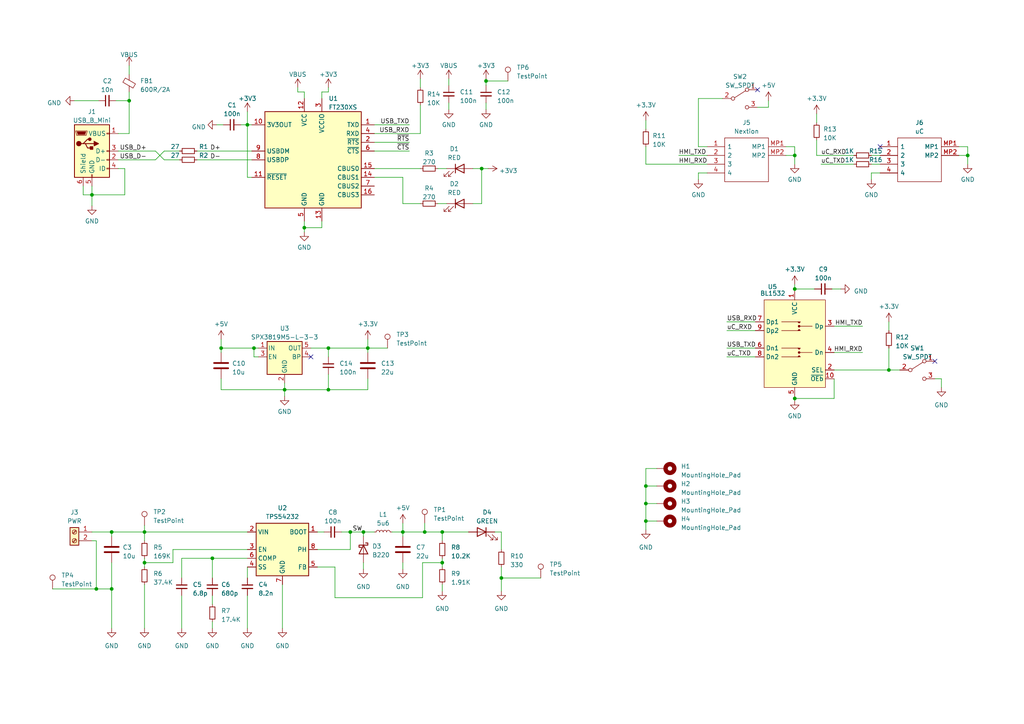
<source format=kicad_sch>
(kicad_sch (version 20230121) (generator eeschema)
  (paper "A4")
  (lib_symbols
    (symbol "BL1532:BL1532"
      (property "Reference" "U" (at 5.08 13.97 0))
      (symbol "BL1532_1_1"
        (rectangle (start -8.89 12.7) (end 8.89 -12.7) (fill (type background)))
        (circle (center -1.27 -2.54) (radius 0.284) (fill (type outline)))
        (circle (center -1.27 5.08) (radius 0.284) (fill (type outline)))
        (polyline (pts (xy -5.08 -2.54) (xy -1.27 -2.54)))
        (polyline (pts (xy -5.08 5.08) (xy -1.27 5.08)))
        (polyline (pts (xy -1.27 -3.81) (xy 3.81 -3.81)))
        (polyline (pts (xy -1.27 -1.27) (xy 3.81 -1.27)))
        (polyline (pts (xy -1.27 3.81) (xy 3.81 3.81)))
        (polyline (pts (xy -1.27 6.35) (xy 3.81 6.35)))
        (polyline (pts (xy -1.27 -3.429) (xy -0.889 -3.81) (xy -1.651 -3.81) (xy -1.27 -3.429)) (fill (type outline)))
        (polyline (pts (xy -1.27 -1.651) (xy -1.651 -1.27) (xy -0.889 -1.27) (xy -1.27 -1.651)) (fill (type outline)))
        (polyline (pts (xy -1.27 4.191) (xy -0.889 3.81) (xy -1.651 3.81) (xy -1.27 4.191)) (fill (type outline)))
        (polyline (pts (xy -1.27 5.969) (xy -1.651 6.35) (xy -0.889 6.35) (xy -1.27 5.969)) (fill (type outline)))
        (pin power_in line (at 0 15.24 270) (length 2.54) (name "VCC") (number "1"))
        (pin input line (at -11.43 -10.16 0) (length 2.54) (name "~{OEb}") (number "10"))
        (pin input line (at -11.43 -7.62 0) (length 2.54) (name "SEL") (number "2"))
        (pin bidirectional line (at -11.43 5.08 0) (length 2.54) (name "Dp") (number "3"))
        (pin bidirectional line (at -11.43 -2.54 0) (length 2.54) (name "Dn") (number "4"))
        (pin power_in line (at 0 -15.24 90) (length 2.54) (name "GND") (number "5"))
        (pin bidirectional line (at 11.43 -1.27 180) (length 2.54) (name "Dn1") (number "6"))
        (pin bidirectional line (at 11.43 6.35 180) (length 2.54) (name "Dp1") (number "7"))
        (pin bidirectional line (at 11.43 -3.81 180) (length 2.54) (name "Dn2") (number "8"))
        (pin bidirectional line (at 11.43 3.81 180) (length 2.54) (name "Dp2") (number "9"))
      )
    )
    (symbol "Connector:Screw_Terminal_01x02" (pin_names (offset 1.016) hide)
      (property "Reference" "J" (at 0 2.54 0))
      (property "Value" "Screw_Terminal_01x02" (at 0 -5.08 0))
      (symbol "Screw_Terminal_01x02_1_1"
        (rectangle (start -1.27 1.27) (end 1.27 -3.81) (stroke (width 0.254)) (fill (type background)))
        (circle (center 0 -2.54) (radius 0.635) (stroke (width 0.1524)))
        (polyline (pts (xy -0.5334 -2.2098) (xy 0.3302 -3.048)) (stroke (width 0.1524)))
        (polyline (pts (xy -0.5334 0.3302) (xy 0.3302 -0.508)) (stroke (width 0.1524)))
        (polyline (pts (xy -0.3556 -2.032) (xy 0.508 -2.8702)) (stroke (width 0.1524)))
        (polyline (pts (xy -0.3556 0.508) (xy 0.508 -0.3302)) (stroke (width 0.1524)))
        (circle (center 0 0) (radius 0.635) (stroke (width 0.1524)))
        (pin passive line (at -5.08 0 0) (length 3.81) (name "Pin_1") (number "1"))
        (pin passive line (at -5.08 -2.54 0) (length 3.81) (name "Pin_2") (number "2"))
      )
    )
    (symbol "Connector:TestPoint" (pin_numbers hide) (pin_names (offset 0.762) hide)
      (property "Reference" "TP" (at 0 6.858 0))
      (property "Value" "TestPoint" (at 0 5.08 0))
      (symbol "TestPoint_0_1"
        (circle (center 0 3.302) (radius 0.762))
      )
      (symbol "TestPoint_1_1"
        (pin passive line (at 0 0 90) (length 2.54) (name "1") (number "1"))
      )
    )
    (symbol "Connector:USB_B_Mini" (pin_names (offset 1.016))
      (property "Reference" "J" (at -5.08 11.43 0))
      (property "Value" "USB_B_Mini" (at -5.08 8.89 0))
      (symbol "USB_B_Mini_0_1"
        (rectangle (start -5.08 -7.62) (end 5.08 7.62) (stroke (width 0.254)) (fill (type background)))
        (circle (center -3.81 2.159) (radius 0.635) (stroke (width 0.254)) (fill (type outline)))
        (circle (center -0.635 3.429) (radius 0.381) (stroke (width 0.254)) (fill (type outline)))
        (rectangle (start -0.127 -7.62) (end 0.127 -6.858))
        (polyline (pts (xy -1.905 2.159) (xy 0.635 2.159)) (stroke (width 0.254)))
        (polyline (pts (xy -3.175 2.159) (xy -2.54 2.159) (xy -1.27 3.429) (xy -0.635 3.429)) (stroke (width 0.254)))
        (polyline (pts (xy -2.54 2.159) (xy -1.905 2.159) (xy -1.27 0.889) (xy 0 0.889)) (stroke (width 0.254)))
        (polyline (pts (xy 0.635 2.794) (xy 0.635 1.524) (xy 1.905 2.159) (xy 0.635 2.794)) (stroke (width 0.254)) (fill (type outline)))
        (polyline (pts (xy -4.318 5.588) (xy -1.778 5.588) (xy -2.032 4.826) (xy -4.064 4.826) (xy -4.318 5.588)) (fill (type outline)))
        (polyline (pts (xy -4.699 5.842) (xy -4.699 5.588) (xy -4.445 4.826) (xy -4.445 4.572) (xy -1.651 4.572) (xy -1.651 4.826) (xy -1.397 5.588) (xy -1.397 5.842) (xy -4.699 5.842)))
        (rectangle (start 0.254 1.27) (end -0.508 0.508) (stroke (width 0.254)) (fill (type outline)))
        (rectangle (start 5.08 -5.207) (end 4.318 -4.953))
        (rectangle (start 5.08 -2.667) (end 4.318 -2.413))
        (rectangle (start 5.08 -0.127) (end 4.318 0.127))
        (rectangle (start 5.08 4.953) (end 4.318 5.207))
      )
      (symbol "USB_B_Mini_1_1"
        (pin power_out line (at 7.62 5.08 180) (length 2.54) (name "VBUS") (number "1"))
        (pin bidirectional line (at 7.62 -2.54 180) (length 2.54) (name "D-") (number "2"))
        (pin bidirectional line (at 7.62 0 180) (length 2.54) (name "D+") (number "3"))
        (pin passive line (at 7.62 -5.08 180) (length 2.54) (name "ID") (number "4"))
        (pin power_out line (at 0 -10.16 90) (length 2.54) (name "GND") (number "5"))
        (pin passive line (at -2.54 -10.16 90) (length 2.54) (name "Shield") (number "6"))
      )
    )
    (symbol "Device:C" (pin_numbers hide) (pin_names (offset 0.254))
      (property "Reference" "C" (at 0.635 2.54 0))
      (property "Value" "C" (at 0.635 -2.54 0))
      (symbol "C_0_1"
        (polyline (pts (xy -2.032 -0.762) (xy 2.032 -0.762)) (stroke (width 0.508)))
        (polyline (pts (xy -2.032 0.762) (xy 2.032 0.762)) (stroke (width 0.508)))
      )
      (symbol "C_1_1"
        (pin passive line (at 0 3.81 270) (length 2.794) (name "~") (number "1"))
        (pin passive line (at 0 -3.81 90) (length 2.794) (name "~") (number "2"))
      )
    )
    (symbol "Device:C_Small" (pin_numbers hide) (pin_names (offset 0.254) hide)
      (property "Reference" "C" (at 0.254 1.778 0))
      (property "Value" "C_Small" (at 0.254 -2.032 0))
      (symbol "C_Small_0_1"
        (polyline (pts (xy -1.524 -0.508) (xy 1.524 -0.508)) (stroke (width 0.3302)))
        (polyline (pts (xy -1.524 0.508) (xy 1.524 0.508)) (stroke (width 0.3048)))
      )
      (symbol "C_Small_1_1"
        (pin passive line (at 0 2.54 270) (length 2.032) (name "~") (number "1"))
        (pin passive line (at 0 -2.54 90) (length 2.032) (name "~") (number "2"))
      )
    )
    (symbol "Device:FerriteBead_Small" (pin_numbers hide) (pin_names (offset 0))
      (property "Reference" "FB" (at 1.905 1.27 0))
      (property "Value" "FerriteBead_Small" (at 1.905 -1.27 0))
      (symbol "FerriteBead_Small_0_1"
        (polyline (pts (xy 0 -1.27) (xy 0 -0.7874)))
        (polyline (pts (xy 0 0.889) (xy 0 1.2954)))
        (polyline (pts (xy -1.8288 0.2794) (xy -1.1176 1.4986) (xy 1.8288 -0.2032) (xy 1.1176 -1.4224) (xy -1.8288 0.2794)))
      )
      (symbol "FerriteBead_Small_1_1"
        (pin passive line (at 0 2.54 270) (length 1.27) (name "~") (number "1"))
        (pin passive line (at 0 -2.54 90) (length 1.27) (name "~") (number "2"))
      )
    )
    (symbol "Device:LED" (pin_numbers hide) (pin_names (offset 1.016) hide)
      (property "Reference" "D" (at 0 2.54 0))
      (property "Value" "LED" (at 0 -2.54 0))
      (symbol "LED_0_1"
        (polyline (pts (xy -1.27 -1.27) (xy -1.27 1.27)) (stroke (width 0.254)))
        (polyline (pts (xy -1.27 0) (xy 1.27 0)))
        (polyline (pts (xy 1.27 -1.27) (xy 1.27 1.27) (xy -1.27 0) (xy 1.27 -1.27)) (stroke (width 0.254)))
        (polyline (pts (xy -3.048 -0.762) (xy -4.572 -2.286) (xy -3.81 -2.286) (xy -4.572 -2.286) (xy -4.572 -1.524)))
        (polyline (pts (xy -1.778 -0.762) (xy -3.302 -2.286) (xy -2.54 -2.286) (xy -3.302 -2.286) (xy -3.302 -1.524)))
      )
      (symbol "LED_1_1"
        (pin passive line (at -3.81 0 0) (length 2.54) (name "K") (number "1"))
        (pin passive line (at 3.81 0 180) (length 2.54) (name "A") (number "2"))
      )
    )
    (symbol "Device:L_Small" (pin_numbers hide) (pin_names (offset 0.254) hide)
      (property "Reference" "L" (at 0.762 1.016 0))
      (property "Value" "L_Small" (at 0.762 -1.016 0))
      (symbol "L_Small_0_1"
        (arc (start 0 -2.032) (mid 0.5058 -1.524) (end 0 -1.016))
        (arc (start 0 -1.016) (mid 0.5058 -0.508) (end 0 0))
        (arc (start 0 0) (mid 0.5058 0.508) (end 0 1.016))
        (arc (start 0 1.016) (mid 0.5058 1.524) (end 0 2.032))
      )
      (symbol "L_Small_1_1"
        (pin passive line (at 0 2.54 270) (length 0.508) (name "~") (number "1"))
        (pin passive line (at 0 -2.54 90) (length 0.508) (name "~") (number "2"))
      )
    )
    (symbol "Device:R_Small" (pin_numbers hide) (pin_names (offset 0.254) hide)
      (property "Reference" "R" (at 0.762 0.508 0))
      (property "Value" "R_Small" (at 0.762 -1.016 0))
      (symbol "R_Small_0_1"
        (rectangle (start -0.762 1.778) (end 0.762 -1.778) (stroke (width 0.2032)))
      )
      (symbol "R_Small_1_1"
        (pin passive line (at 0 2.54 270) (length 0.762) (name "~") (number "1"))
        (pin passive line (at 0 -2.54 90) (length 0.762) (name "~") (number "2"))
      )
    )
    (symbol "Diode:B220" (pin_numbers hide) (pin_names (offset 1.016) hide)
      (property "Reference" "D" (at 0 2.54 0))
      (property "Value" "B220" (at 0 -2.54 0))
      (symbol "B220_0_1"
        (polyline (pts (xy 1.27 0) (xy -1.27 0)))
        (polyline (pts (xy 1.27 1.27) (xy 1.27 -1.27) (xy -1.27 0) (xy 1.27 1.27)) (stroke (width 0.254)))
        (polyline (pts (xy -1.905 0.635) (xy -1.905 1.27) (xy -1.27 1.27) (xy -1.27 -1.27) (xy -0.635 -1.27) (xy -0.635 -0.635)) (stroke (width 0.254)))
      )
      (symbol "B220_1_1"
        (pin passive line (at -3.81 0 0) (length 2.54) (name "K") (number "1"))
        (pin passive line (at 3.81 0 180) (length 2.54) (name "A") (number "2"))
      )
    )
    (symbol "Interface_USB:FT230XS"
      (property "Reference" "U" (at -13.97 15.24 0))
      (property "Value" "FT230XS" (at 7.62 15.24 0))
      (symbol "FT230XS_0_1"
        (rectangle (start -13.97 13.97) (end 13.97 -13.97) (stroke (width 0.254)) (fill (type background)))
      )
      (symbol "FT230XS_1_1"
        (pin output line (at 17.78 10.16 180) (length 3.81) (name "TXD") (number "1"))
        (pin power_out line (at -17.78 10.16 0) (length 3.81) (name "3V3OUT") (number "10"))
        (pin input line (at -17.78 -5.08 0) (length 3.81) (name "~{RESET}") (number "11"))
        (pin power_in line (at -2.54 17.78 270) (length 3.81) (name "VCC") (number "12"))
        (pin power_in line (at 2.54 -17.78 90) (length 3.81) (name "GND") (number "13"))
        (pin bidirectional line (at 17.78 -5.08 180) (length 3.81) (name "CBUS1") (number "14"))
        (pin bidirectional line (at 17.78 -2.54 180) (length 3.81) (name "CBUS0") (number "15"))
        (pin bidirectional line (at 17.78 -10.16 180) (length 3.81) (name "CBUS3") (number "16"))
        (pin output line (at 17.78 5.08 180) (length 3.81) (name "~{RTS}") (number "2"))
        (pin power_in line (at 2.54 17.78 270) (length 3.81) (name "VCCIO") (number "3"))
        (pin input line (at 17.78 7.62 180) (length 3.81) (name "RXD") (number "4"))
        (pin power_in line (at -2.54 -17.78 90) (length 3.81) (name "GND") (number "5"))
        (pin input line (at 17.78 2.54 180) (length 3.81) (name "~{CTS}") (number "6"))
        (pin bidirectional line (at 17.78 -7.62 180) (length 3.81) (name "CBUS2") (number "7"))
        (pin bidirectional line (at -17.78 0 0) (length 3.81) (name "USBDP") (number "8"))
        (pin bidirectional line (at -17.78 2.54 0) (length 3.81) (name "USBDM") (number "9"))
      )
    )
    (symbol "Mechanical:MountingHole_Pad" (pin_numbers hide) (pin_names (offset 1.016) hide)
      (property "Reference" "H" (at 0 6.35 0))
      (property "Value" "MountingHole_Pad" (at 0 4.445 0))
      (symbol "MountingHole_Pad_0_1"
        (circle (center 0 1.27) (radius 1.27) (stroke (width 1.27)))
      )
      (symbol "MountingHole_Pad_1_1"
        (pin input line (at 0 -2.54 90) (length 2.54) (name "1") (number "1"))
      )
    )
    (symbol "Regulator_Linear:SPX3819M5-L-3-3" (pin_names (offset 0.254))
      (property "Reference" "U" (at -3.81 5.715 0))
      (property "Value" "SPX3819M5-L-3-3" (at 0 5.715 0))
      (symbol "SPX3819M5-L-3-3_0_1"
        (rectangle (start -5.08 4.445) (end 5.08 -5.08) (stroke (width 0.254)) (fill (type background)))
      )
      (symbol "SPX3819M5-L-3-3_1_1"
        (pin power_in line (at -7.62 2.54 0) (length 2.54) (name "IN") (number "1"))
        (pin power_in line (at 0 -7.62 90) (length 2.54) (name "GND") (number "2"))
        (pin input line (at -7.62 0 0) (length 2.54) (name "EN") (number "3"))
        (pin input line (at 7.62 0 180) (length 2.54) (name "BP") (number "4"))
        (pin power_out line (at 7.62 2.54 180) (length 2.54) (name "OUT") (number "5"))
      )
    )
    (symbol "Regulator_Switching:TPS54233"
      (property "Reference" "U" (at 0 11.43 0))
      (property "Value" "TPS54233" (at 0 8.89 0))
      (symbol "TPS54233_1_1"
        (rectangle (start -7.62 7.62) (end 7.62 -7.62) (stroke (width 0.254)) (fill (type background)))
        (pin input line (at 10.16 5.08 180) (length 2.54) (name "BOOT") (number "1"))
        (pin power_in line (at -10.16 5.08 0) (length 2.54) (name "VIN") (number "2"))
        (pin input line (at -10.16 0 0) (length 2.54) (name "EN") (number "3"))
        (pin input line (at -10.16 -5.08 0) (length 2.54) (name "SS") (number "4"))
        (pin input line (at 10.16 -5.08 180) (length 2.54) (name "FB") (number "5"))
        (pin passive line (at -10.16 -2.54 0) (length 2.54) (name "COMP") (number "6"))
        (pin power_in line (at 0 -10.16 90) (length 2.54) (name "GND") (number "7"))
        (pin output line (at 10.16 0 180) (length 2.54) (name "PH") (number "8"))
      )
    )
    (symbol "S4B-XH-SM4-TB_LF__SN_:S4B-XH-SM4-TB_LF__SN_" (pin_names (offset 0.762))
      (property "Reference" "J" (at 19.05 7.62 0))
      (property "Value" "S4B-XH-SM4-TB_LF__SN_" (at 19.05 5.08 0))
      (symbol "S4B-XH-SM4-TB_LF__SN__0_0"
        (pin passive line (at 22.86 0 180) (length 5.08) (name "1") (number "1"))
        (pin passive line (at 22.86 -2.54 180) (length 5.08) (name "2") (number "2"))
        (pin passive line (at 22.86 -5.08 180) (length 5.08) (name "3") (number "3"))
        (pin passive line (at 22.86 -7.62 180) (length 5.08) (name "4") (number "4"))
        (pin passive line (at 0 0 0) (length 5.08) (name "MP1") (number "MP1"))
        (pin passive line (at 0 -2.54 0) (length 5.08) (name "MP2") (number "MP2"))
      )
      (symbol "S4B-XH-SM4-TB_LF__SN__0_1"
        (polyline (pts (xy 5.08 2.54) (xy 17.78 2.54) (xy 17.78 -10.16) (xy 5.08 -10.16) (xy 5.08 2.54)) (stroke (width 0.1524)))
      )
    )
    (symbol "Switch:SW_SPDT" (pin_names (offset 0) hide)
      (property "Reference" "SW" (at 0 4.318 0))
      (property "Value" "SW_SPDT" (at 0 -5.08 0))
      (symbol "SW_SPDT_0_0"
        (circle (center -2.032 0) (radius 0.508))
        (circle (center 2.032 -2.54) (radius 0.508))
      )
      (symbol "SW_SPDT_0_1"
        (polyline (pts (xy -1.524 0.254) (xy 1.651 2.286)))
        (circle (center 2.032 2.54) (radius 0.508))
      )
      (symbol "SW_SPDT_1_1"
        (pin passive line (at 5.08 2.54 180) (length 2.54) (name "A") (number "1"))
        (pin passive line (at -5.08 0 0) (length 2.54) (name "B") (number "2"))
        (pin passive line (at 5.08 -2.54 180) (length 2.54) (name "C") (number "3"))
      )
    )
    (symbol "power:+3.3V" (power) (pin_names (offset 0))
      (property "Value" "+3.3V" (at 0 3.556 0))
      (symbol "+3.3V_0_1"
        (polyline (pts (xy -0.762 1.27) (xy 0 2.54)))
        (polyline (pts (xy 0 0) (xy 0 2.54)))
        (polyline (pts (xy 0 2.54) (xy 0.762 1.27)))
      )
      (symbol "+3.3V_1_1"
        (pin power_in line (at 0 0 90) (length 0) hide (name "+3.3V") (number "1"))
      )
    )
    (symbol "power:+3V3" (power) (pin_names (offset 0))
      (property "Value" "+3V3" (at 0 3.556 0))
      (symbol "+3V3_0_1"
        (polyline (pts (xy -0.762 1.27) (xy 0 2.54)))
        (polyline (pts (xy 0 0) (xy 0 2.54)))
        (polyline (pts (xy 0 2.54) (xy 0.762 1.27)))
      )
      (symbol "+3V3_1_1"
        (pin power_in line (at 0 0 90) (length 0) hide (name "+3V3") (number "1"))
      )
    )
    (symbol "power:+5V" (power) (pin_names (offset 0))
      (property "Value" "+5V" (at 0 3.556 0))
      (symbol "+5V_0_1"
        (polyline (pts (xy -0.762 1.27) (xy 0 2.54)))
        (polyline (pts (xy 0 0) (xy 0 2.54)))
        (polyline (pts (xy 0 2.54) (xy 0.762 1.27)))
      )
      (symbol "+5V_1_1"
        (pin power_in line (at 0 0 90) (length 0) hide (name "+5V") (number "1"))
      )
    )
    (symbol "power:GND" (power) (pin_names (offset 0))
      (property "Value" "GND" (at 0 -3.81 0))
      (symbol "GND_0_1"
        (polyline (pts (xy 0 0) (xy 0 -1.27) (xy 1.27 -1.27) (xy 0 -2.54) (xy -1.27 -1.27) (xy 0 -1.27)))
      )
      (symbol "GND_1_1"
        (pin power_in line (at 0 0 270) (length 0) hide (name "GND") (number "1"))
      )
    )
    (symbol "power:VBUS" (power) (pin_names (offset 0))
      (property "Value" "VBUS" (at 0 3.81 0))
      (symbol "VBUS_0_1"
        (polyline (pts (xy -0.762 1.27) (xy 0 2.54)))
        (polyline (pts (xy 0 0) (xy 0 2.54)))
        (polyline (pts (xy 0 2.54) (xy 0.762 1.27)))
      )
      (symbol "VBUS_1_1"
        (pin power_in line (at 0 0 90) (length 0) hide (name "VBUS") (number "1"))
      )
    )
  )
  (junction (at 230.505 45.085))
  (junction (at 123.19 154.305))
  (junction (at 257.81 107.315))
  (junction (at 41.91 154.305))
  (junction (at 32.385 170.815))
  (junction (at 37.465 29.21))
  (junction (at 230.505 83.82))
  (junction (at 95.25 113.03))
  (junction (at 139.7 48.895))
  (junction (at 82.55 113.03))
  (junction (at 140.97 23.495))
  (junction (at 187.325 140.97))
  (junction (at 105.41 154.305))
  (junction (at 106.68 100.965))
  (junction (at 187.325 146.05))
  (junction (at 88.265 66.04))
  (junction (at 73.66 100.965))
  (junction (at 26.67 56.515))
  (junction (at 230.505 115.57))
  (junction (at 95.25 100.965))
  (junction (at 116.84 154.305))
  (junction (at 128.27 163.195))
  (junction (at 32.385 154.305))
  (junction (at 71.755 36.195))
  (junction (at 187.325 151.13))
  (junction (at 41.91 163.195))
  (junction (at 61.595 161.925))
  (junction (at 27.94 170.815))
  (junction (at 101.6 154.305))
  (junction (at 280.67 45.085))
  (junction (at 64.135 100.965))
  (junction (at 145.415 167.64))
  (junction (at 128.27 154.305))
  (no_connect (at 219.71 26.035))
  (no_connect (at 271.145 104.775))
  (no_connect (at 90.17 103.505))
  (no_connect (at 255.27 42.545))
  (wire (pts (xy 47.625 43.815) (xy 45.085 46.355)))
  (wire (pts (xy 36.195 48.895) (xy 34.29 48.895)))
  (wire (pts (xy 145.415 171.45) (xy 145.415 167.64)))
  (wire (pts (xy 116.84 59.055) (xy 121.92 59.055)))
  (wire (pts (xy 26.67 156.845) (xy 27.94 156.845)))
  (wire (pts (xy 187.325 42.545) (xy 187.325 47.625)))
  (wire (pts (xy 121.92 30.48) (xy 121.92 38.735)))
  (wire (pts (xy 123.19 151.765) (xy 123.19 154.305)))
  (wire (pts (xy 280.67 42.545) (xy 280.67 45.085)))
  (wire (pts (xy 252.73 47.625) (xy 255.27 47.625)))
  (wire (pts (xy 250.19 102.235) (xy 241.935 102.235)))
  (wire (pts (xy 252.73 50.165) (xy 252.73 52.07)))
  (wire (pts (xy 81.915 182.245) (xy 81.915 169.545)))
  (wire (pts (xy 41.91 163.195) (xy 50.165 163.195)))
  (wire (pts (xy 95.25 108.585) (xy 95.25 113.03)))
  (wire (pts (xy 202.565 42.545) (xy 205.105 42.545)))
  (wire (pts (xy 236.855 45.085) (xy 247.65 45.085)))
  (wire (pts (xy 116.84 51.435) (xy 116.84 59.055)))
  (wire (pts (xy 64.135 102.235) (xy 64.135 100.965)))
  (wire (pts (xy 32.385 182.245) (xy 32.385 170.815)))
  (wire (pts (xy 73.66 103.505) (xy 73.66 100.965)))
  (wire (pts (xy 95.25 25.4) (xy 95.25 26.67)))
  (wire (pts (xy 209.55 28.575) (xy 202.565 28.575)))
  (wire (pts (xy 241.935 109.855) (xy 241.935 115.57)))
  (wire (pts (xy 73.66 100.965) (xy 74.93 100.965)))
  (wire (pts (xy 73.025 51.435) (xy 71.755 51.435)))
  (wire (pts (xy 222.885 31.115) (xy 222.885 29.21)))
  (wire (pts (xy 187.325 146.05) (xy 187.325 151.13)))
  (wire (pts (xy 26.67 56.515) (xy 26.67 59.69)))
  (wire (pts (xy 140.97 23.495) (xy 140.97 24.765)))
  (wire (pts (xy 280.67 45.085) (xy 280.67 47.625)))
  (wire (pts (xy 95.25 26.67) (xy 93.345 26.67)))
  (wire (pts (xy 278.13 45.085) (xy 280.67 45.085)))
  (wire (pts (xy 250.19 94.615) (xy 241.935 94.615)))
  (wire (pts (xy 88.265 26.67) (xy 88.265 28.575)))
  (wire (pts (xy 230.505 83.82) (xy 236.22 83.82)))
  (wire (pts (xy 116.84 151.765) (xy 116.84 154.305)))
  (wire (pts (xy 187.325 140.97) (xy 190.5 140.97)))
  (wire (pts (xy 27.94 156.845) (xy 27.94 170.815)))
  (wire (pts (xy 26.67 53.975) (xy 26.67 56.515)))
  (wire (pts (xy 32.385 154.305) (xy 41.91 154.305)))
  (wire (pts (xy 88.265 66.04) (xy 88.265 67.31)))
  (wire (pts (xy 271.145 109.855) (xy 273.05 109.855)))
  (wire (pts (xy 86.36 25.4) (xy 86.36 26.67)))
  (wire (pts (xy 219.71 31.115) (xy 222.885 31.115)))
  (wire (pts (xy 26.67 154.305) (xy 32.385 154.305)))
  (wire (pts (xy 140.97 22.86) (xy 140.97 23.495)))
  (wire (pts (xy 61.595 180.34) (xy 61.595 182.245)))
  (wire (pts (xy 139.7 48.895) (xy 141.605 48.895)))
  (wire (pts (xy 95.25 100.965) (xy 95.25 103.505)))
  (wire (pts (xy 122.555 173.355) (xy 97.155 173.355)))
  (wire (pts (xy 210.82 93.345) (xy 219.075 93.345)))
  (wire (pts (xy 143.51 154.305) (xy 145.415 154.305)))
  (wire (pts (xy 243.84 83.82) (xy 241.3 83.82)))
  (wire (pts (xy 62.865 36.195) (xy 64.77 36.195)))
  (wire (pts (xy 238.125 47.625) (xy 247.65 47.625)))
  (wire (pts (xy 108.585 36.195) (xy 118.745 36.195)))
  (wire (pts (xy 205.105 50.165) (xy 202.565 50.165)))
  (wire (pts (xy 47.625 46.355) (xy 52.07 46.355)))
  (wire (pts (xy 71.755 32.385) (xy 71.755 36.195)))
  (wire (pts (xy 278.13 42.545) (xy 280.67 42.545)))
  (wire (pts (xy 41.91 154.305) (xy 71.755 154.305)))
  (wire (pts (xy 106.68 98.425) (xy 106.68 100.965)))
  (wire (pts (xy 32.385 170.815) (xy 32.385 163.195)))
  (wire (pts (xy 92.075 154.305) (xy 93.98 154.305)))
  (wire (pts (xy 127 59.055) (xy 129.54 59.055)))
  (wire (pts (xy 41.91 154.305) (xy 41.91 156.845)))
  (wire (pts (xy 187.325 146.05) (xy 190.5 146.05)))
  (wire (pts (xy 52.07 43.815) (xy 47.625 43.815)))
  (wire (pts (xy 140.97 23.495) (xy 147.32 23.495)))
  (wire (pts (xy 257.81 93.345) (xy 257.81 95.885)))
  (wire (pts (xy 227.965 42.545) (xy 230.505 42.545)))
  (wire (pts (xy 27.94 170.815) (xy 32.385 170.815)))
  (wire (pts (xy 90.17 100.965) (xy 95.25 100.965)))
  (wire (pts (xy 52.705 167.64) (xy 52.705 161.925)))
  (wire (pts (xy 64.135 100.965) (xy 73.66 100.965)))
  (wire (pts (xy 123.19 154.305) (xy 116.84 154.305)))
  (wire (pts (xy 93.345 64.135) (xy 93.345 66.04)))
  (wire (pts (xy 139.7 59.055) (xy 139.7 48.895)))
  (wire (pts (xy 113.665 154.305) (xy 116.84 154.305)))
  (wire (pts (xy 105.41 165.1) (xy 105.41 163.195)))
  (wire (pts (xy 24.13 56.515) (xy 26.67 56.515)))
  (wire (pts (xy 230.505 45.085) (xy 230.505 47.625)))
  (wire (pts (xy 255.27 50.165) (xy 252.73 50.165)))
  (wire (pts (xy 187.325 151.13) (xy 187.325 153.67)))
  (wire (pts (xy 252.73 45.085) (xy 255.27 45.085)))
  (wire (pts (xy 97.155 173.355) (xy 97.155 164.465)))
  (wire (pts (xy 230.505 42.545) (xy 230.505 45.085)))
  (wire (pts (xy 57.15 43.815) (xy 73.025 43.815)))
  (wire (pts (xy 33.655 29.21) (xy 37.465 29.21)))
  (wire (pts (xy 145.415 167.64) (xy 145.415 164.465)))
  (wire (pts (xy 34.29 43.815) (xy 45.085 43.815)))
  (wire (pts (xy 93.345 26.67) (xy 93.345 28.575)))
  (wire (pts (xy 101.6 154.305) (xy 99.06 154.305)))
  (wire (pts (xy 202.565 50.165) (xy 202.565 52.07)))
  (wire (pts (xy 52.705 161.925) (xy 61.595 161.925)))
  (wire (pts (xy 236.855 40.64) (xy 236.855 45.085)))
  (wire (pts (xy 116.84 154.305) (xy 116.84 155.575)))
  (wire (pts (xy 128.27 154.305) (xy 123.19 154.305)))
  (wire (pts (xy 241.935 107.315) (xy 257.81 107.315)))
  (wire (pts (xy 106.68 113.03) (xy 95.25 113.03)))
  (wire (pts (xy 116.84 165.1) (xy 116.84 163.195)))
  (wire (pts (xy 82.55 113.03) (xy 82.55 111.125)))
  (wire (pts (xy 26.67 56.515) (xy 36.195 56.515)))
  (wire (pts (xy 97.155 164.465) (xy 92.075 164.465)))
  (wire (pts (xy 15.24 170.815) (xy 27.94 170.815)))
  (wire (pts (xy 37.465 38.735) (xy 37.465 29.21)))
  (wire (pts (xy 37.465 29.21) (xy 37.465 26.67)))
  (wire (pts (xy 187.325 140.97) (xy 187.325 146.05)))
  (wire (pts (xy 108.585 51.435) (xy 116.84 51.435)))
  (wire (pts (xy 137.16 59.055) (xy 139.7 59.055)))
  (wire (pts (xy 41.91 169.545) (xy 41.91 182.245)))
  (wire (pts (xy 61.595 172.72) (xy 61.595 175.26)))
  (wire (pts (xy 140.97 31.75) (xy 140.97 29.845)))
  (wire (pts (xy 230.505 83.82) (xy 230.505 84.455)))
  (wire (pts (xy 74.93 103.505) (xy 73.66 103.505)))
  (wire (pts (xy 210.82 100.965) (xy 219.075 100.965)))
  (wire (pts (xy 202.565 28.575) (xy 202.565 42.545)))
  (wire (pts (xy 34.29 46.355) (xy 45.085 46.355)))
  (wire (pts (xy 230.505 115.57) (xy 230.505 116.205)))
  (wire (pts (xy 106.68 109.855) (xy 106.68 113.03)))
  (wire (pts (xy 128.27 163.195) (xy 128.27 164.465)))
  (wire (pts (xy 121.92 22.86) (xy 121.92 25.4)))
  (wire (pts (xy 130.175 31.75) (xy 130.175 29.845)))
  (wire (pts (xy 106.68 100.965) (xy 112.395 100.965)))
  (wire (pts (xy 71.755 161.925) (xy 61.595 161.925)))
  (wire (pts (xy 50.165 159.385) (xy 71.755 159.385)))
  (wire (pts (xy 64.135 109.855) (xy 64.135 113.03)))
  (wire (pts (xy 128.27 154.305) (xy 135.89 154.305)))
  (wire (pts (xy 187.325 47.625) (xy 205.105 47.625)))
  (wire (pts (xy 41.91 163.195) (xy 41.91 164.465)))
  (wire (pts (xy 130.175 22.86) (xy 130.175 24.765)))
  (wire (pts (xy 105.41 155.575) (xy 105.41 154.305)))
  (wire (pts (xy 257.81 107.315) (xy 260.985 107.315)))
  (wire (pts (xy 34.29 38.735) (xy 37.465 38.735)))
  (wire (pts (xy 128.27 156.845) (xy 128.27 154.305)))
  (wire (pts (xy 241.935 115.57) (xy 230.505 115.57)))
  (wire (pts (xy 128.27 161.925) (xy 128.27 163.195)))
  (wire (pts (xy 24.13 53.975) (xy 24.13 56.515)))
  (wire (pts (xy 145.415 167.64) (xy 156.845 167.64)))
  (wire (pts (xy 108.585 41.275) (xy 118.745 41.275)))
  (wire (pts (xy 127 48.895) (xy 129.54 48.895)))
  (wire (pts (xy 45.085 43.815) (xy 47.625 46.355)))
  (wire (pts (xy 187.325 135.89) (xy 190.5 135.89)))
  (wire (pts (xy 95.25 113.03) (xy 82.55 113.03)))
  (wire (pts (xy 187.325 34.925) (xy 187.325 37.465)))
  (wire (pts (xy 57.15 46.355) (xy 73.025 46.355)))
  (wire (pts (xy 71.755 36.195) (xy 73.025 36.195)))
  (wire (pts (xy 36.195 56.515) (xy 36.195 48.895)))
  (wire (pts (xy 86.36 26.67) (xy 88.265 26.67)))
  (wire (pts (xy 227.965 45.085) (xy 230.505 45.085)))
  (wire (pts (xy 93.345 66.04) (xy 88.265 66.04)))
  (wire (pts (xy 145.415 154.305) (xy 145.415 159.385)))
  (wire (pts (xy 71.755 36.195) (xy 71.755 51.435)))
  (wire (pts (xy 105.41 154.305) (xy 108.585 154.305)))
  (wire (pts (xy 95.25 100.965) (xy 106.68 100.965)))
  (wire (pts (xy 230.505 82.55) (xy 230.505 83.82)))
  (wire (pts (xy 236.855 33.02) (xy 236.855 35.56)))
  (wire (pts (xy 257.81 100.965) (xy 257.81 107.315)))
  (wire (pts (xy 92.075 159.385) (xy 101.6 159.385)))
  (wire (pts (xy 128.27 163.195) (xy 122.555 163.195)))
  (wire (pts (xy 41.91 161.925) (xy 41.91 163.195)))
  (wire (pts (xy 210.82 95.885) (xy 219.075 95.885)))
  (wire (pts (xy 21.59 29.21) (xy 28.575 29.21)))
  (wire (pts (xy 106.68 100.965) (xy 106.68 102.235)))
  (wire (pts (xy 82.55 114.935) (xy 82.55 113.03)))
  (wire (pts (xy 71.755 164.465) (xy 71.755 167.64)))
  (wire (pts (xy 108.585 48.895) (xy 121.92 48.895)))
  (wire (pts (xy 37.465 19.05) (xy 37.465 21.59)))
  (wire (pts (xy 273.05 109.855) (xy 273.05 112.395)))
  (wire (pts (xy 137.16 48.895) (xy 139.7 48.895)))
  (wire (pts (xy 61.595 161.925) (xy 61.595 167.64)))
  (wire (pts (xy 187.325 135.89) (xy 187.325 140.97)))
  (wire (pts (xy 88.265 64.135) (xy 88.265 66.04)))
  (wire (pts (xy 32.385 155.575) (xy 32.385 154.305)))
  (wire (pts (xy 64.135 113.03) (xy 82.55 113.03)))
  (wire (pts (xy 101.6 159.385) (xy 101.6 154.305)))
  (wire (pts (xy 210.82 103.505) (xy 219.075 103.505)))
  (wire (pts (xy 101.6 154.305) (xy 105.41 154.305)))
  (wire (pts (xy 122.555 163.195) (xy 122.555 173.355)))
  (wire (pts (xy 196.85 45.085) (xy 205.105 45.085)))
  (wire (pts (xy 108.585 38.735) (xy 121.92 38.735)))
  (wire (pts (xy 71.755 182.245) (xy 71.755 172.72)))
  (wire (pts (xy 187.325 151.13) (xy 190.5 151.13)))
  (wire (pts (xy 41.91 152.4) (xy 41.91 154.305)))
  (wire (pts (xy 128.27 169.545) (xy 128.27 171.45)))
  (wire (pts (xy 52.705 182.245) (xy 52.705 172.72)))
  (wire (pts (xy 108.585 43.815) (xy 118.745 43.815)))
  (wire (pts (xy 64.135 98.425) (xy 64.135 100.965)))
  (wire (pts (xy 69.85 36.195) (xy 71.755 36.195)))
  (wire (pts (xy 230.505 114.935) (xy 230.505 115.57)))
  (wire (pts (xy 50.165 163.195) (xy 50.165 159.385)))
  (label "USB_D-" (at 42.545 46.355 180))
  (label "uC_TXD" (at 210.82 103.505 0))
  (label "HMI_TXD" (at 196.85 45.085 0))
  (label "HMI_TXD" (at 250.19 94.615 180))
  (label "HMI_RXD" (at 250.19 102.235 180))
  (label "~{RTS}" (at 118.745 41.275 180))
  (label "USB_TXD" (at 118.745 36.195 180))
  (label "uC_RXD" (at 238.125 45.085 0))
  (label "SW" (at 102.235 154.305 0))
  (label "USB_RXD" (at 210.82 93.345 0))
  (label "uC_TXD" (at 238.125 47.625 0))
  (label "USB_D+" (at 42.545 43.815 180))
  (label "D+" (at 60.96 43.815 0))
  (label "uC_RXD" (at 210.82 95.885 0))
  (label "USB_RXD" (at 118.745 38.735 180))
  (label "HMI_RXD" (at 196.85 47.625 0))
  (label "~{CTS}" (at 118.745 43.815 180))
  (label "USB_TXD" (at 210.82 100.965 0))
  (label "D-" (at 60.96 46.355 0))
  (symbol (lib_id "Device:R_Small") (at 121.92 27.94 0) (unit 1)
    (property "Reference" "R14" (at 123.825 27.305 0) (effects (justify left)))
    (property "Value" "10K" (at 123.825 29.845 0) (effects (justify left)))
    (property "Footprint" "Resistor_SMD:R_0603_1608Metric" (effects hide))
    (property "LCSC Part Number" "C25804" (effects hide))
  )
  (symbol (lib_id "Device:R_Small") (at 187.325 40.005 0) (unit 1)
    (property "Reference" "R11" (at 189.23 39.37 0) (effects (justify left)))
    (property "Value" "10K" (at 189.23 41.91 0) (effects (justify left)))
    (property "Footprint" "Resistor_SMD:R_0603_1608Metric" (effects hide))
    (property "LCSC Part Number" "C25804" (effects hide))
  )
  (symbol (lib_id "power:GND") (at 130.175 31.75 0) (unit 1)
    (property "Reference" "#PWR035" (effects hide))
    (property "Value" "GND" (at 130.175 36.195 0))
  )
  (symbol (lib_id "Device:C_Small") (at 140.97 27.305 0) (unit 1)
    (property "Reference" "C12" (at 144.145 26.6763 0) (effects (justify left)))
    (property "Value" "100n" (at 144.145 29.2163 0) (effects (justify left)))
    (property "Footprint" "Capacitor_SMD:C_0603_1608Metric" (effects hide))
    (property "LCSC Part Number" "C14663" (effects hide))
  )
  (symbol (lib_id "Device:R_Small") (at 54.61 46.355 90) (unit 1)
    (property "Reference" "R2" (at 59.055 45.085 90))
    (property "Value" "27" (at 50.8 45.085 90))
    (property "Footprint" "Resistor_SMD:R_0603_1608Metric" (effects hide))
    (property "LCSC Part Number" "C25190" (effects hide))
  )
  (symbol (lib_id "power:GND") (at 280.67 47.625 0) (unit 1)
    (property "Reference" "#PWR032" (effects hide))
    (property "Value" "GND" (at 280.67 52.07 0))
  )
  (symbol (lib_id "power:+3.3V") (at 187.325 34.925 0) (unit 1)
    (property "Reference" "#PWR040" (effects hide))
    (property "Value" "+3.3V" (at 187.325 30.48 0))
  )
  (symbol (lib_id "Device:R_Small") (at 41.91 167.005 0) (unit 1)
    (property "Reference" "R6" (at 44.45 166.37 0) (effects (justify left)))
    (property "Value" "37.4K" (at 44.45 168.91 0) (effects (justify left)))
    (property "Footprint" "Resistor_SMD:R_0603_1608Metric" (effects hide))
    (property "LCSC Part Number" "C137814" (effects hide))
  )
  (symbol (lib_id "Connector:TestPoint") (at 41.91 152.4 0) (unit 1) (in_bom no)
    (property "Reference" "TP2" (at 44.45 148.463 0) (effects (justify left)))
    (property "Value" "TestPoint" (at 44.45 151.003 0) (effects (justify left)))
    (property "Footprint" "TestPoint:TestPoint_Pad_D1.5mm" (effects hide))
  )
  (symbol (lib_id "S4B-XH-SM4-TB_LF__SN_:S4B-XH-SM4-TB_LF__SN_") (at 278.13 42.545 0) (mirror y) (unit 1)
    (property "Reference" "J6" (at 266.7 35.56 0))
    (property "Value" "uC" (at 266.7 38.1 0))
    (property "Footprint" "S4B-XH-SM4-TB_LF__SN_:S4BXHSM4TBLFSN" (effects hide))
    (property "Datasheet" "https://datasheet.lcsc.com/szlcsc/JST-Sales-America-XHsocket-1-4P-SMD-pitch2-5mm_C161861.pdf" (effects hide))
    (property "Description" "Conn Shrouded Header HDR 4 POS 2.5mm Solder RA SMD T/R" (effects hide))
    (property "Height" "6" (effects hide))
    (property "Manufacturer_Name" "JST (JAPAN SOLDERLESS TERMINALS)" (effects hide))
    (property "Manufacturer_Part_Number" "S4B-XH-SM4-TB(LF)(SN)" (effects hide))
    (property "Arrow Part Number" "S4B-XH-SM4-TB(LF)(SN)" (effects hide))
    (property "Arrow Price/Stock" "https://www.arrow.com/en/products/s4b-xh-sm4-tb-lf-sn/jst-manufacturing?region=europe" (effects hide))
    (property "LCSC Part Number" "C2764243" (effects hide))
  )
  (symbol (lib_id "Connector:TestPoint") (at 112.395 100.965 0) (unit 1) (in_bom no)
    (property "Reference" "TP3" (at 114.935 97.028 0) (effects (justify left)))
    (property "Value" "TestPoint" (at 114.935 99.568 0) (effects (justify left)))
    (property "Footprint" "TestPoint:TestPoint_Pad_D1.5mm" (effects hide))
  )
  (symbol (lib_id "Connector:Screw_Terminal_01x02") (at 21.59 154.305 0) (mirror y) (unit 1) (in_bom no)
    (property "Reference" "J3" (at 21.59 148.59 0))
    (property "Value" "PWR" (at 21.59 151.13 0))
    (property "Footprint" "TerminalBlock:TerminalBlock_bornier-2_P5.08mm" (effects hide))
  )
  (symbol (lib_id "power:VBUS") (at 86.36 25.4 0) (unit 1)
    (property "Reference" "#PWR04" (effects hide))
    (property "Value" "VBUS" (at 86.36 21.59 0))
  )
  (symbol (lib_id "Mechanical:MountingHole_Pad") (at 193.04 151.13 270) (unit 1) (in_bom no)
    (property "Reference" "H4" (at 197.485 150.495 90) (effects (justify left)))
    (property "Value" "MountingHole_Pad" (at 197.485 153.035 90) (effects (justify left)))
    (property "Footprint" "MountingHole:MountingHole_3.2mm_M3_Pad_Via" (effects hide))
  )
  (symbol (lib_id "Device:L_Small") (at 111.125 154.305 90) (unit 1)
    (property "Reference" "L1" (at 111.125 149.225 90))
    (property "Value" "5u6" (at 111.125 151.765 90))
    (property "Footprint" "Inductor_SMD:L_Sunlord_MWSA0603S" (effects hide))
    (property "LCSC Part Number" "C408448" (effects hide))
  )
  (symbol (lib_id "power:GND") (at 82.55 114.935 0) (unit 1)
    (property "Reference" "#PWR026" (effects hide))
    (property "Value" "GND" (at 82.55 119.38 0))
  )
  (symbol (lib_id "Device:C") (at 116.84 159.385 0) (unit 1)
    (property "Reference" "C7" (at 120.65 158.75 0) (effects (justify left)))
    (property "Value" "22u" (at 120.65 161.29 0) (effects (justify left)))
    (property "Footprint" "Capacitor_SMD:C_0805_2012Metric" (effects hide))
    (property "LCSC Part Number" "C45783" (effects hide))
  )
  (symbol (lib_id "Device:C") (at 64.135 106.045 0) (unit 1)
    (property "Reference" "C10" (at 67.31 105.41 0) (effects (justify left)))
    (property "Value" "10u" (at 67.31 107.95 0) (effects (justify left)))
    (property "Footprint" "Capacitor_SMD:C_0805_2012Metric" (effects hide))
    (property "LCSC Part Number" "C15850" (effects hide))
  )
  (symbol (lib_id "power:+5V") (at 64.135 98.425 0) (unit 1)
    (property "Reference" "#PWR029" (effects hide))
    (property "Value" "+5V" (at 64.135 93.98 0))
  )
  (symbol (lib_id "Device:C") (at 32.385 159.385 0) (unit 1)
    (property "Reference" "C3" (at 35.56 158.75 0) (effects (justify left)))
    (property "Value" "10u" (at 35.56 161.29 0) (effects (justify left)))
    (property "Footprint" "Capacitor_SMD:C_0805_2012Metric" (effects hide))
    (property "LCSC Part Number" "C15850" (effects hide))
  )
  (symbol (lib_id "BL1532:BL1532") (at 230.505 99.695 0) (mirror y) (unit 1)
    (property "Reference" "U5" (at 225.425 83.185 0) (effects (justify left)))
    (property "Value" "BL1532" (at 224.155 85.09 0))
    (property "Footprint" "Package_SO:MSOP-10_3x3mm_P0.5mm" (effects hide))
    (property "LCSC Part Number" "C248370" (effects hide))
  )
  (symbol (lib_id "Diode:B220") (at 105.41 159.385 270) (unit 1)
    (property "Reference" "D3" (at 107.95 158.4325 90) (effects (justify left)))
    (property "Value" "B220" (at 107.95 160.9725 90) (effects (justify left)))
    (property "Footprint" "Diode_SMD:D_SMA" (effects hide))
    (property "Datasheet" "http://www.jameco.com/Jameco/Products/ProdDS/1538777.pdf" (effects hide))
    (property "LCSC Part Number" "C110481" (effects hide))
  )
  (symbol (lib_id "power:+3.3V") (at 236.855 33.02 0) (unit 1)
    (property "Reference" "#PWR034" (effects hide))
    (property "Value" "+3.3V" (at 236.855 28.575 0))
  )
  (symbol (lib_id "power:GND") (at 32.385 182.245 0) (unit 1)
    (property "Reference" "#PWR010" (effects hide))
    (property "Value" "GND" (at 32.385 187.325 0))
  )
  (symbol (lib_id "power:+3V3") (at 140.97 22.86 0) (unit 1)
    (property "Reference" "#PWR05" (effects hide))
    (property "Value" "+3V3" (at 140.97 19.05 0))
  )
  (symbol (lib_id "Device:R_Small") (at 128.27 159.385 0) (unit 1)
    (property "Reference" "R8" (at 130.81 158.75 0) (effects (justify left)))
    (property "Value" "10.2K" (at 130.81 161.29 0) (effects (justify left)))
    (property "Footprint" "Resistor_SMD:R_0603_1608Metric" (effects hide))
    (property "LCSC Part Number" "C706118" (effects hide))
  )
  (symbol (lib_id "power:VBUS") (at 37.465 19.05 0) (unit 1)
    (property "Reference" "#PWR03" (effects hide))
    (property "Value" "VBUS" (at 37.465 15.875 0))
  )
  (symbol (lib_id "Connector:TestPoint") (at 15.24 170.815 0) (unit 1) (in_bom no)
    (property "Reference" "TP4" (at 17.78 166.878 0) (effects (justify left)))
    (property "Value" "TestPoint" (at 17.78 169.418 0) (effects (justify left)))
    (property "Footprint" "TestPoint:TestPoint_Pad_D1.5mm" (effects hide))
  )
  (symbol (lib_id "power:GND") (at 202.565 52.07 0) (unit 1)
    (property "Reference" "#PWR022" (effects hide))
    (property "Value" "GND" (at 202.565 56.515 0))
  )
  (symbol (lib_id "Connector:TestPoint") (at 147.32 23.495 0) (unit 1) (in_bom no)
    (property "Reference" "TP6" (at 149.86 19.558 0) (effects (justify left)))
    (property "Value" "TestPoint" (at 149.86 22.098 0) (effects (justify left)))
    (property "Footprint" "TestPoint:TestPoint_Pad_D1.5mm" (effects hide))
  )
  (symbol (lib_id "power:+3V3") (at 71.755 32.385 0) (unit 1)
    (property "Reference" "#PWR07" (effects hide))
    (property "Value" "+3V3" (at 71.755 28.575 0))
  )
  (symbol (lib_id "Interface_USB:FT230XS") (at 90.805 46.355 0) (unit 1)
    (property "Reference" "U1" (at 95.3009 28.575 0) (effects (justify left)))
    (property "Value" "FT230XS" (at 95.3009 31.115 0) (effects (justify left)))
    (property "Footprint" "Package_SO:SSOP-16_3.9x4.9mm_P0.635mm" (effects hide))
    (property "Datasheet" "https://www.ftdichip.com/Support/Documents/DataSheets/ICs/DS_FT230X.pdf" (effects hide))
    (property "LCSC Part Number" "C69082" (effects hide))
  )
  (symbol (lib_id "Device:R_Small") (at 124.46 59.055 90) (unit 1)
    (property "Reference" "R4" (at 124.46 54.61 90))
    (property "Value" "270" (at 124.46 57.15 90))
    (property "Footprint" "Resistor_SMD:R_0603_1608Metric" (effects hide))
    (property "LCSC Part Number" "C22966" (effects hide))
  )
  (symbol (lib_id "power:+3.3V") (at 257.81 93.345 0) (unit 1)
    (property "Reference" "#PWR027" (effects hide))
    (property "Value" "+3.3V" (at 257.81 88.9 0))
  )
  (symbol (lib_id "Device:LED") (at 139.7 154.305 0) (mirror y) (unit 1)
    (property "Reference" "D4" (at 141.2875 148.59 0))
    (property "Value" "GREEN" (at 141.2875 151.13 0))
    (property "Footprint" "LED_SMD:LED_0805_2012Metric" (effects hide))
    (property "LCSC Part Number" "C2297" (effects hide))
  )
  (symbol (lib_id "power:GND") (at 71.755 182.245 0) (unit 1)
    (property "Reference" "#PWR014" (effects hide))
    (property "Value" "GND" (at 71.755 187.325 0))
  )
  (symbol (lib_id "power:GND") (at 62.865 36.195 270) (unit 1)
    (property "Reference" "#PWR06" (effects hide))
    (property "Value" "GND" (at 59.69 36.83 90) (effects (justify right)))
  )
  (symbol (lib_id "Device:LED") (at 133.35 48.895 0) (unit 1)
    (property "Reference" "D1" (at 131.7625 43.18 0))
    (property "Value" "RED" (at 131.7625 45.72 0))
    (property "Footprint" "LED_SMD:LED_0805_2012Metric" (effects hide))
    (property "LCSC Part Number" "C84256" (effects hide))
  )
  (symbol (lib_id "Mechanical:MountingHole_Pad") (at 193.04 135.89 270) (unit 1) (in_bom no)
    (property "Reference" "H1" (at 197.485 135.255 90) (effects (justify left)))
    (property "Value" "MountingHole_Pad" (at 197.485 137.795 90) (effects (justify left)))
    (property "Footprint" "MountingHole:MountingHole_3.2mm_M3_Pad_Via" (effects hide))
  )
  (symbol (lib_id "Regulator_Linear:SPX3819M5-L-3-3") (at 82.55 103.505 0) (unit 1)
    (property "Reference" "U3" (at 82.55 95.25 0))
    (property "Value" "SPX3819M5-L-3-3" (at 82.55 97.79 0))
    (property "Footprint" "Package_TO_SOT_SMD:SOT-23-5" (effects hide))
    (property "Datasheet" "https://www.exar.com/content/document.ashx?id=22106&languageid=1033&type=Datasheet&partnumber=SPX3819&filename=SPX3819.pdf&part=SPX3819" (effects hide))
    (property "LCSC Part Number" "C9055" (effects hide))
  )
  (symbol (lib_id "Device:LED") (at 133.35 59.055 0) (unit 1)
    (property "Reference" "D2" (at 131.7625 53.34 0))
    (property "Value" "RED" (at 131.7625 55.88 0))
    (property "Footprint" "LED_SMD:LED_0805_2012Metric" (effects hide))
    (property "LCSC Part Number" "C84256" (effects hide))
  )
  (symbol (lib_id "power:+3V3") (at 95.25 25.4 0) (unit 1)
    (property "Reference" "#PWR039" (effects hide))
    (property "Value" "+3V3" (at 95.25 21.59 0))
  )
  (symbol (lib_id "Device:R_Small") (at 61.595 177.8 0) (unit 1)
    (property "Reference" "R7" (at 64.135 177.165 0) (effects (justify left)))
    (property "Value" "17.4K" (at 64.135 179.705 0) (effects (justify left)))
    (property "Footprint" "Resistor_SMD:R_0603_1608Metric" (effects hide))
    (property "LCSC Part Number" "C227623" (effects hide))
  )
  (symbol (lib_id "Device:C_Small") (at 52.705 170.18 0) (unit 1)
    (property "Reference" "C5" (at 55.88 169.5513 0) (effects (justify left)))
    (property "Value" "6.8p" (at 55.88 172.0913 0) (effects (justify left)))
    (property "Footprint" "Capacitor_SMD:C_0603_1608Metric" (effects hide))
    (property "LCSC Part Number" "C1679" (effects hide))
  )
  (symbol (lib_id "power:GND") (at 88.265 67.31 0) (unit 1)
    (property "Reference" "#PWR01" (effects hide))
    (property "Value" "GND" (at 88.265 71.755 0))
  )
  (symbol (lib_id "Device:R_Small") (at 41.91 159.385 0) (unit 1)
    (property "Reference" "R5" (at 44.45 158.75 0) (effects (justify left)))
    (property "Value" "169K" (at 44.45 161.29 0) (effects (justify left)))
    (property "Footprint" "Resistor_SMD:R_0603_1608Metric" (effects hide))
    (property "LCSC Part Number" "C403021" (effects hide))
  )
  (symbol (lib_id "power:+5V") (at 116.84 151.765 0) (unit 1)
    (property "Reference" "#PWR019" (effects hide))
    (property "Value" "+5V" (at 116.84 147.32 0))
  )
  (symbol (lib_id "Device:C_Small") (at 71.755 170.18 0) (unit 1)
    (property "Reference" "C4" (at 74.93 169.5513 0) (effects (justify left)))
    (property "Value" "8.2n" (at 74.93 172.0913 0) (effects (justify left)))
    (property "Footprint" "Capacitor_SMD:C_0603_1608Metric" (effects hide))
    (property "LCSC Part Number" "C1596" (effects hide))
  )
  (symbol (lib_id "power:GND") (at 81.915 182.245 0) (unit 1)
    (property "Reference" "#PWR015" (effects hide))
    (property "Value" "GND" (at 81.915 187.325 0))
  )
  (symbol (lib_id "power:GND") (at 187.325 153.67 0) (unit 1)
    (property "Reference" "#PWR030" (effects hide))
    (property "Value" "GND" (at 187.325 158.75 0))
  )
  (symbol (lib_id "Device:R_Small") (at 250.19 47.625 90) (unit 1)
    (property "Reference" "R16" (at 254 46.355 90))
    (property "Value" "1K" (at 246.38 46.355 90))
    (property "Footprint" "Resistor_SMD:R_0603_1608Metric" (effects hide))
    (property "LCSC Part Number" "C21190" (effects hide))
  )
  (symbol (lib_id "power:GND") (at 230.505 116.205 0) (unit 1)
    (property "Reference" "#PWR042" (effects hide))
    (property "Value" "GND" (at 230.505 120.65 0))
  )
  (symbol (lib_id "Device:C_Small") (at 67.31 36.195 90) (unit 1)
    (property "Reference" "C1" (at 67.31 30.48 90))
    (property "Value" "100n" (at 67.31 33.02 90))
    (property "Footprint" "Capacitor_SMD:C_0603_1608Metric" (effects hide))
    (property "LCSC Part Number" "C14663" (effects hide))
  )
  (symbol (lib_id "Device:R_Small") (at 145.415 161.925 0) (unit 1)
    (property "Reference" "R10" (at 147.955 161.29 0) (effects (justify left)))
    (property "Value" "330" (at 147.955 163.83 0) (effects (justify left)))
    (property "Footprint" "Resistor_SMD:R_0603_1608Metric" (effects hide))
    (property "LCSC Part Number" "C23138" (effects hide))
  )
  (symbol (lib_id "power:+5V") (at 222.885 29.21 0) (unit 1)
    (property "Reference" "#PWR021" (effects hide))
    (property "Value" "+5V" (at 222.885 24.765 0))
  )
  (symbol (lib_id "Device:R_Small") (at 54.61 43.815 90) (unit 1)
    (property "Reference" "R1" (at 59.055 42.545 90))
    (property "Value" "27" (at 50.8 42.545 90))
    (property "Footprint" "Resistor_SMD:R_0603_1608Metric" (effects hide))
    (property "LCSC Part Number" "C25190" (effects hide))
  )
  (symbol (lib_id "power:VBUS") (at 130.175 22.86 0) (unit 1)
    (property "Reference" "#PWR037" (effects hide))
    (property "Value" "VBUS" (at 130.175 19.05 0))
  )
  (symbol (lib_id "power:GND") (at 52.705 182.245 0) (unit 1)
    (property "Reference" "#PWR012" (effects hide))
    (property "Value" "GND" (at 52.705 187.325 0))
  )
  (symbol (lib_id "power:GND") (at 21.59 29.21 270) (unit 1)
    (property "Reference" "#PWR09" (effects hide))
    (property "Value" "GND" (at 17.78 29.845 90) (effects (justify right)))
  )
  (symbol (lib_id "power:GND") (at 243.84 83.82 90) (unit 1)
    (property "Reference" "#PWR023" (effects hide))
    (property "Value" "GND" (at 247.65 84.455 90) (effects (justify right)))
  )
  (symbol (lib_id "Device:C_Small") (at 31.115 29.21 90) (unit 1)
    (property "Reference" "C2" (at 31.1213 23.495 90))
    (property "Value" "10n" (at 31.1213 26.035 90))
    (property "Footprint" "Capacitor_SMD:C_0603_1608Metric" (effects hide))
    (property "LCSC Part Number" "C57112" (effects hide))
  )
  (symbol (lib_id "Switch:SW_SPDT") (at 214.63 28.575 0) (unit 1) (in_bom no)
    (property "Reference" "SW2" (at 214.63 22.225 0))
    (property "Value" "SW_SPDT" (at 214.63 24.765 0))
    (property "Footprint" "Button_Switch_THT:SW_CuK_OS102011MA1QN1_SPDT_Angled" (effects hide))
  )
  (symbol (lib_id "Device:C_Small") (at 238.76 83.82 90) (unit 1)
    (property "Reference" "C9" (at 238.7663 78.105 90))
    (property "Value" "100n" (at 238.7663 80.645 90))
    (property "Footprint" "Capacitor_SMD:C_0603_1608Metric" (effects hide))
    (property "LCSC Part Number" "C14663" (effects hide))
  )
  (symbol (lib_id "Device:R_Small") (at 250.19 45.085 90) (unit 1)
    (property "Reference" "R15" (at 254 43.815 90))
    (property "Value" "1K" (at 246.38 43.815 90))
    (property "Footprint" "Resistor_SMD:R_0603_1608Metric" (effects hide))
    (property "LCSC Part Number" "C21190" (effects hide))
  )
  (symbol (lib_id "Regulator_Switching:TPS54233") (at 81.915 159.385 0) (unit 1)
    (property "Reference" "U2" (at 81.915 147.32 0))
    (property "Value" "TPS54232" (at 81.915 149.86 0))
    (property "Footprint" "Package_SO:SOIC-8_3.9x4.9mm_P1.27mm" (effects hide))
    (property "Datasheet" "http://www.ti.com/lit/ds/symlink/tps54233.pdf" (effects hide))
    (property "LCSC Part Number" "C52653" (effects hide))
  )
  (symbol (lib_id "power:GND") (at 128.27 171.45 0) (unit 1)
    (property "Reference" "#PWR018" (effects hide))
    (property "Value" "GND" (at 128.27 176.53 0))
  )
  (symbol (lib_id "Device:R_Small") (at 124.46 48.895 90) (unit 1)
    (property "Reference" "R3" (at 124.46 44.45 90))
    (property "Value" "270" (at 124.46 46.99 90))
    (property "Footprint" "Resistor_SMD:R_0603_1608Metric" (effects hide))
    (property "LCSC Part Number" "C22966" (effects hide))
  )
  (symbol (lib_id "power:GND") (at 230.505 47.625 0) (unit 1)
    (property "Reference" "#PWR031" (effects hide))
    (property "Value" "GND" (at 230.505 52.07 0))
  )
  (symbol (lib_id "power:GND") (at 252.73 52.07 0) (unit 1)
    (property "Reference" "#PWR024" (effects hide))
    (property "Value" "GND" (at 252.73 56.515 0))
  )
  (symbol (lib_id "power:GND") (at 145.415 171.45 0) (unit 1)
    (property "Reference" "#PWR020" (effects hide))
    (property "Value" "GND" (at 145.415 176.53 0))
  )
  (symbol (lib_id "Device:R_Small") (at 236.855 38.1 0) (unit 1)
    (property "Reference" "R13" (at 238.76 37.465 0) (effects (justify left)))
    (property "Value" "10K" (at 238.76 40.005 0) (effects (justify left)))
    (property "Footprint" "Resistor_SMD:R_0603_1608Metric" (effects hide))
    (property "LCSC Part Number" "C25804" (effects hide))
  )
  (symbol (lib_id "Connector:TestPoint") (at 156.845 167.64 0) (unit 1) (in_bom no)
    (property "Reference" "TP5" (at 159.385 163.703 0) (effects (justify left)))
    (property "Value" "TestPoint" (at 159.385 166.243 0) (effects (justify left)))
    (property "Footprint" "TestPoint:TestPoint_Pad_D1.5mm" (effects hide))
  )
  (symbol (lib_id "Device:R_Small") (at 128.27 167.005 0) (unit 1)
    (property "Reference" "R9" (at 130.81 166.37 0) (effects (justify left)))
    (property "Value" "1.91K" (at 130.81 168.91 0) (effects (justify left)))
    (property "Footprint" "Resistor_SMD:R_0603_1608Metric" (effects hide))
    (property "LCSC Part Number" "C217858" (effects hide))
  )
  (symbol (lib_id "Connector:TestPoint") (at 123.19 151.765 0) (unit 1) (in_bom no)
    (property "Reference" "TP1" (at 125.73 147.828 0) (effects (justify left)))
    (property "Value" "TestPoint" (at 125.73 150.368 0) (effects (justify left)))
    (property "Footprint" "TestPoint:TestPoint_Pad_D1.5mm" (effects hide))
  )
  (symbol (lib_id "Device:C_Small") (at 130.175 27.305 0) (unit 1)
    (property "Reference" "C11" (at 133.35 26.6763 0) (effects (justify left)))
    (property "Value" "100n" (at 133.35 29.2163 0) (effects (justify left)))
    (property "Footprint" "Capacitor_SMD:C_0603_1608Metric" (effects hide))
    (property "LCSC Part Number" "C14663" (effects hide))
  )
  (symbol (lib_id "Device:C_Small") (at 61.595 170.18 0) (unit 1)
    (property "Reference" "C6" (at 64.135 169.5513 0) (effects (justify left)))
    (property "Value" "680p" (at 64.135 172.0913 0) (effects (justify left)))
    (property "Footprint" "Capacitor_SMD:C_0603_1608Metric" (effects hide))
    (property "LCSC Part Number" "C1630" (effects hide))
  )
  (symbol (lib_id "power:GND") (at 61.595 182.245 0) (unit 1)
    (property "Reference" "#PWR013" (effects hide))
    (property "Value" "GND" (at 61.595 187.325 0))
  )
  (symbol (lib_id "power:GND") (at 41.91 182.245 0) (unit 1)
    (property "Reference" "#PWR011" (effects hide))
    (property "Value" "GND" (at 41.91 187.325 0))
  )
  (symbol (lib_id "power:GND") (at 105.41 165.1 0) (unit 1)
    (property "Reference" "#PWR016" (effects hide))
    (property "Value" "GND" (at 105.41 170.18 0))
  )
  (symbol (lib_id "power:GND") (at 140.97 31.75 0) (unit 1)
    (property "Reference" "#PWR036" (effects hide))
    (property "Value" "GND" (at 140.97 36.195 0))
  )
  (symbol (lib_id "Device:R_Small") (at 257.81 98.425 0) (unit 1)
    (property "Reference" "R12" (at 259.715 97.79 0) (effects (justify left)))
    (property "Value" "10K" (at 259.715 100.33 0) (effects (justify left)))
    (property "Footprint" "Resistor_SMD:R_0603_1608Metric" (effects hide))
    (property "LCSC Part Number" "C25804" (effects hide))
  )
  (symbol (lib_id "Device:C_Small") (at 95.25 106.045 0) (unit 1)
    (property "Reference" "C14" (at 98.425 105.4163 0) (effects (justify left)))
    (property "Value" "100n" (at 98.425 107.9563 0) (effects (justify left)))
    (property "Footprint" "Capacitor_SMD:C_0603_1608Metric" (effects hide))
    (property "LCSC Part Number" "C14663" (effects hide))
  )
  (symbol (lib_id "S4B-XH-SM4-TB_LF__SN_:S4B-XH-SM4-TB_LF__SN_") (at 227.965 42.545 0) (mirror y) (unit 1)
    (property "Reference" "J5" (at 216.535 35.56 0))
    (property "Value" "Nextion" (at 216.535 38.1 0))
    (property "Footprint" "S4B-XH-SM4-TB_LF__SN_:S4BXHSM4TBLFSN" (effects hide))
    (property "Datasheet" "https://datasheet.lcsc.com/szlcsc/JST-Sales-America-XHsocket-1-4P-SMD-pitch2-5mm_C161861.pdf" (effects hide))
    (property "Description" "Conn Shrouded Header HDR 4 POS 2.5mm Solder RA SMD T/R" (effects hide))
    (property "Height" "6" (effects hide))
    (property "Manufacturer_Name" "JST (JAPAN SOLDERLESS TERMINALS)" (effects hide))
    (property "Manufacturer_Part_Number" "S4B-XH-SM4-TB(LF)(SN)" (effects hide))
    (property "Arrow Part Number" "S4B-XH-SM4-TB(LF)(SN)" (effects hide))
    (property "Arrow Price/Stock" "https://www.arrow.com/en/products/s4b-xh-sm4-tb-lf-sn/jst-manufacturing?region=europe" (effects hide))
    (property "LCSC Part Number" "C2764243" (effects hide))
  )
  (symbol (lib_id "Switch:SW_SPDT") (at 266.065 107.315 0) (unit 1) (in_bom no)
    (property "Reference" "SW1" (at 266.065 100.965 0))
    (property "Value" "SW_SPDT" (at 266.065 103.505 0))
    (property "Footprint" "Button_Switch_THT:SW_CuK_OS102011MA1QN1_SPDT_Angled" (effects hide))
  )
  (symbol (lib_id "Mechanical:MountingHole_Pad") (at 193.04 140.97 270) (unit 1) (in_bom no)
    (property "Reference" "H2" (at 197.485 140.335 90) (effects (justify left)))
    (property "Value" "MountingHole_Pad" (at 197.485 142.875 90) (effects (justify left)))
    (property "Footprint" "MountingHole:MountingHole_3.2mm_M3_Pad_Via" (effects hide))
  )
  (symbol (lib_id "Device:FerriteBead_Small") (at 37.465 24.13 0) (unit 1)
    (property "Reference" "FB1" (at 40.64 23.4569 0) (effects (justify left)))
    (property "Value" "600R/2A" (at 40.64 25.9969 0) (effects (justify left)))
    (property "Footprint" "Inductor_SMD:L_0805_2012Metric" (effects hide))
    (property "LCSC Part Number" "C1017" (effects hide))
  )
  (symbol (lib_id "Mechanical:MountingHole_Pad") (at 193.04 146.05 270) (unit 1) (in_bom no)
    (property "Reference" "H3" (at 197.485 145.415 90) (effects (justify left)))
    (property "Value" "MountingHole_Pad" (at 197.485 147.955 90) (effects (justify left)))
    (property "Footprint" "MountingHole:MountingHole_3.2mm_M3_Pad_Via" (effects hide))
  )
  (symbol (lib_id "Connector:USB_B_Mini") (at 26.67 43.815 0) (unit 1)
    (property "Reference" "J1" (at 26.67 32.385 0))
    (property "Value" "USB_B_Mini" (at 26.67 34.925 0))
    (property "Footprint" "Connector_USB:USB_Mini-B_Lumberg_2486_01_Horizontal" (effects hide))
    (property "LCSC Part Number" "C508689" (effects hide))
  )
  (symbol (lib_id "power:+3.3V") (at 230.505 82.55 0) (unit 1)
    (property "Reference" "#PWR033" (effects hide))
    (property "Value" "+3.3V" (at 230.505 78.105 0))
  )
  (symbol (lib_id "power:GND") (at 273.05 112.395 0) (unit 1)
    (property "Reference" "#PWR038" (effects hide))
    (property "Value" "GND" (at 273.05 117.475 0))
  )
  (symbol (lib_id "power:GND") (at 116.84 165.1 0) (unit 1)
    (property "Reference" "#PWR017" (effects hide))
    (property "Value" "GND" (at 116.84 170.18 0))
  )
  (symbol (lib_id "power:+3V3") (at 121.92 22.86 0) (unit 1)
    (property "Reference" "#PWR041" (effects hide))
    (property "Value" "+3V3" (at 121.92 19.05 0))
  )
  (symbol (lib_id "Device:C") (at 106.68 106.045 0) (unit 1)
    (property "Reference" "C13" (at 110.49 105.41 0) (effects (justify left)))
    (property "Value" "22u" (at 110.49 107.95 0) (effects (justify left)))
    (property "Footprint" "Capacitor_SMD:C_0805_2012Metric" (effects hide))
    (property "LCSC Part Number" "C45783" (effects hide))
  )
  (symbol (lib_id "power:GND") (at 26.67 59.69 0) (unit 1)
    (property "Reference" "#PWR02" (effects hide))
    (property "Value" "GND" (at 26.67 64.135 0))
  )
  (symbol (lib_id "Device:C_Small") (at 96.52 154.305 90) (unit 1)
    (property "Reference" "C8" (at 96.52 148.59 90))
    (property "Value" "100n" (at 96.52 151.13 90))
    (property "Footprint" "Capacitor_SMD:C_0603_1608Metric" (effects hide))
    (property "LCSC Part Number" "C14663" (effects hide))
  )
  (symbol (lib_id "power:+3.3V") (at 106.68 98.425 0) (unit 1)
    (property "Reference" "#PWR028" (effects hide))
    (property "Value" "+3.3V" (at 106.68 93.98 0))
  )
  (symbol (lib_id "power:+3V3") (at 141.605 48.895 270) (unit 1)
    (property "Reference" "#PWR08" (effects hide))
    (property "Value" "+3V3" (at 144.78 49.53 90) (effects (justify left)))
  )
)
</source>
